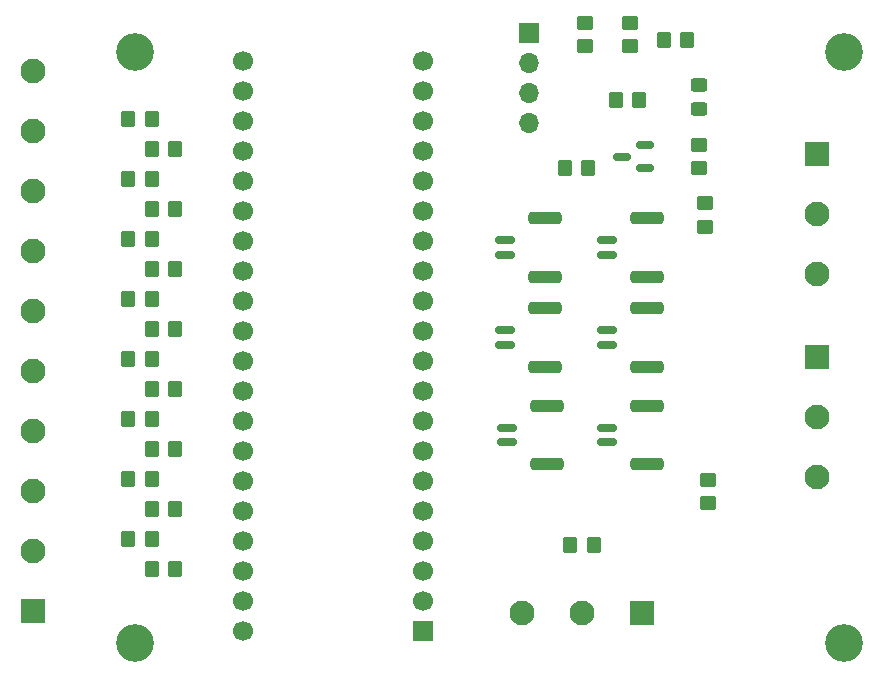
<source format=gbr>
%TF.GenerationSoftware,KiCad,Pcbnew,(6.0.7)*%
%TF.CreationDate,2022-12-23T20:26:00-08:00*%
%TF.ProjectId,SensorStackBoardBluePill,53656e73-6f72-4537-9461-636b426f6172,rev?*%
%TF.SameCoordinates,Original*%
%TF.FileFunction,Soldermask,Top*%
%TF.FilePolarity,Negative*%
%FSLAX46Y46*%
G04 Gerber Fmt 4.6, Leading zero omitted, Abs format (unit mm)*
G04 Created by KiCad (PCBNEW (6.0.7)) date 2022-12-23 20:26:00*
%MOMM*%
%LPD*%
G01*
G04 APERTURE LIST*
G04 Aperture macros list*
%AMRoundRect*
0 Rectangle with rounded corners*
0 $1 Rounding radius*
0 $2 $3 $4 $5 $6 $7 $8 $9 X,Y pos of 4 corners*
0 Add a 4 corners polygon primitive as box body*
4,1,4,$2,$3,$4,$5,$6,$7,$8,$9,$2,$3,0*
0 Add four circle primitives for the rounded corners*
1,1,$1+$1,$2,$3*
1,1,$1+$1,$4,$5*
1,1,$1+$1,$6,$7*
1,1,$1+$1,$8,$9*
0 Add four rect primitives between the rounded corners*
20,1,$1+$1,$2,$3,$4,$5,0*
20,1,$1+$1,$4,$5,$6,$7,0*
20,1,$1+$1,$6,$7,$8,$9,0*
20,1,$1+$1,$8,$9,$2,$3,0*%
G04 Aperture macros list end*
%ADD10C,3.200000*%
%ADD11RoundRect,0.250000X-0.350000X-0.450000X0.350000X-0.450000X0.350000X0.450000X-0.350000X0.450000X0*%
%ADD12R,1.700000X1.700000*%
%ADD13C,1.700000*%
%ADD14RoundRect,0.250000X0.350000X0.450000X-0.350000X0.450000X-0.350000X-0.450000X0.350000X-0.450000X0*%
%ADD15R,2.100000X2.100000*%
%ADD16C,2.100000*%
%ADD17RoundRect,0.250000X-0.450000X0.350000X-0.450000X-0.350000X0.450000X-0.350000X0.450000X0.350000X0*%
%ADD18RoundRect,0.150000X0.587500X0.150000X-0.587500X0.150000X-0.587500X-0.150000X0.587500X-0.150000X0*%
%ADD19RoundRect,0.150000X-0.700000X0.150000X-0.700000X-0.150000X0.700000X-0.150000X0.700000X0.150000X0*%
%ADD20RoundRect,0.250000X-1.150000X0.250000X-1.150000X-0.250000X1.150000X-0.250000X1.150000X0.250000X0*%
%ADD21O,1.700000X1.700000*%
%ADD22RoundRect,0.250000X0.450000X-0.325000X0.450000X0.325000X-0.450000X0.325000X-0.450000X-0.325000X0*%
%ADD23RoundRect,0.250000X0.450000X-0.350000X0.450000X0.350000X-0.450000X0.350000X-0.450000X-0.350000X0*%
G04 APERTURE END LIST*
D10*
%TO.C,H1*%
X108712000Y-54610000D03*
%TD*%
D11*
%TO.C,R12*%
X110085000Y-78010000D03*
X112085000Y-78010000D03*
%TD*%
%TO.C,R14*%
X110085000Y-88170000D03*
X112085000Y-88170000D03*
%TD*%
D12*
%TO.C,U1*%
X133040000Y-103610000D03*
D13*
X133040000Y-101070000D03*
X133040000Y-98530000D03*
X133040000Y-95990000D03*
X133040000Y-93450000D03*
X133040000Y-90910000D03*
X133040000Y-88370000D03*
X133040000Y-85830000D03*
X133040000Y-83290000D03*
X133040000Y-80750000D03*
X133040000Y-78210000D03*
X133040000Y-75670000D03*
X133040000Y-73130000D03*
X133040000Y-70590000D03*
X133040000Y-68050000D03*
X133040000Y-65510000D03*
X133040000Y-62970000D03*
X133040000Y-60430000D03*
X133040000Y-57890000D03*
X133040000Y-55350000D03*
X117800000Y-55350000D03*
X117800000Y-57890000D03*
X117800000Y-60430000D03*
X117800000Y-62970000D03*
X117800000Y-65510000D03*
X117800000Y-68050000D03*
X117800000Y-70590000D03*
X117800000Y-73130000D03*
X117800000Y-75670000D03*
X117800000Y-78210000D03*
X117800000Y-80750000D03*
X117800000Y-83290000D03*
X117800000Y-85830000D03*
X117800000Y-88370000D03*
X117800000Y-90910000D03*
X117800000Y-93450000D03*
X117800000Y-95990000D03*
X117800000Y-98530000D03*
X117800000Y-101070000D03*
X117800000Y-103610000D03*
%TD*%
D11*
%TO.C,R1*%
X108070000Y-60230000D03*
X110070000Y-60230000D03*
%TD*%
D14*
%TO.C,R18*%
X151368000Y-58674000D03*
X149368000Y-58674000D03*
%TD*%
D15*
%TO.C,J1*%
X100075000Y-101870000D03*
D16*
X100075000Y-96790000D03*
X100075000Y-91710000D03*
X100075000Y-86630000D03*
X100075000Y-81550000D03*
X100075000Y-76470000D03*
X100075000Y-71390000D03*
X100075000Y-66310000D03*
X100075000Y-61230000D03*
X100075000Y-56150000D03*
%TD*%
D14*
%TO.C,R17*%
X155432000Y-53594000D03*
X153432000Y-53594000D03*
%TD*%
%TO.C,R21*%
X147500000Y-96300000D03*
X145500000Y-96300000D03*
%TD*%
D17*
%TO.C,R24*%
X146733500Y-52086000D03*
X146733500Y-54086000D03*
%TD*%
D11*
%TO.C,R6*%
X108070000Y-85630000D03*
X110070000Y-85630000D03*
%TD*%
D17*
%TO.C,R23*%
X156900000Y-67400000D03*
X156900000Y-69400000D03*
%TD*%
%TO.C,R19*%
X156464000Y-62434000D03*
X156464000Y-64434000D03*
%TD*%
D11*
%TO.C,R2*%
X108070000Y-65310000D03*
X110070000Y-65310000D03*
%TD*%
D10*
%TO.C,H3*%
X168712000Y-104610000D03*
%TD*%
D11*
%TO.C,R5*%
X108070000Y-80550000D03*
X110070000Y-80550000D03*
%TD*%
D18*
%TO.C,Q1*%
X151813500Y-64384000D03*
X151813500Y-62484000D03*
X149938500Y-63434000D03*
%TD*%
D10*
%TO.C,H4*%
X108712000Y-104610000D03*
%TD*%
D19*
%TO.C,J11*%
X148672000Y-86370000D03*
X148672000Y-87620000D03*
D20*
X152022000Y-84520000D03*
X152022000Y-89470000D03*
%TD*%
D11*
%TO.C,R16*%
X110085000Y-98330000D03*
X112085000Y-98330000D03*
%TD*%
D10*
%TO.C,H2*%
X168712000Y-54610000D03*
%TD*%
D11*
%TO.C,R7*%
X108070000Y-90710000D03*
X110070000Y-90710000D03*
%TD*%
%TO.C,R8*%
X108070000Y-95790000D03*
X110070000Y-95790000D03*
%TD*%
%TO.C,R10*%
X110085000Y-67850000D03*
X112085000Y-67850000D03*
%TD*%
D12*
%TO.C,J2*%
X142025000Y-53000000D03*
D21*
X142025000Y-55540000D03*
X142025000Y-58080000D03*
X142025000Y-60620000D03*
%TD*%
D15*
%TO.C,J3*%
X166449000Y-63241000D03*
D16*
X166449000Y-68321000D03*
X166449000Y-73401000D03*
%TD*%
D17*
%TO.C,R25*%
X150543500Y-52086000D03*
X150543500Y-54086000D03*
%TD*%
D11*
%TO.C,R20*%
X145050000Y-64389000D03*
X147050000Y-64389000D03*
%TD*%
%TO.C,R13*%
X110085000Y-83090000D03*
X112085000Y-83090000D03*
%TD*%
D19*
%TO.C,J8*%
X140163000Y-86370000D03*
X140163000Y-87620000D03*
D20*
X143513000Y-84520000D03*
X143513000Y-89470000D03*
%TD*%
D15*
%TO.C,J5*%
X151638000Y-102108000D03*
D16*
X146558000Y-102108000D03*
X141478000Y-102108000D03*
%TD*%
D22*
%TO.C,D1*%
X156464000Y-59445000D03*
X156464000Y-57395000D03*
%TD*%
D23*
%TO.C,R22*%
X157200000Y-92800000D03*
X157200000Y-90800000D03*
%TD*%
D11*
%TO.C,R11*%
X110085000Y-72930000D03*
X112085000Y-72930000D03*
%TD*%
%TO.C,R3*%
X108070000Y-70390000D03*
X110070000Y-70390000D03*
%TD*%
%TO.C,R9*%
X110085000Y-62770000D03*
X112085000Y-62770000D03*
%TD*%
D19*
%TO.C,J10*%
X148672000Y-78115000D03*
X148672000Y-79365000D03*
D20*
X152022000Y-76265000D03*
X152022000Y-81215000D03*
%TD*%
D19*
%TO.C,J9*%
X148672000Y-70495000D03*
X148672000Y-71745000D03*
D20*
X152022000Y-68645000D03*
X152022000Y-73595000D03*
%TD*%
D11*
%TO.C,R4*%
X108070000Y-75470000D03*
X110070000Y-75470000D03*
%TD*%
%TO.C,R15*%
X110085000Y-93250000D03*
X112085000Y-93250000D03*
%TD*%
D19*
%TO.C,J7*%
X140036000Y-78115000D03*
X140036000Y-79365000D03*
D20*
X143386000Y-81215000D03*
X143386000Y-76265000D03*
%TD*%
D15*
%TO.C,J4*%
X166449000Y-80386000D03*
D16*
X166449000Y-85466000D03*
X166449000Y-90546000D03*
%TD*%
D19*
%TO.C,J6*%
X140036000Y-70495000D03*
X140036000Y-71745000D03*
D20*
X143386000Y-68645000D03*
X143386000Y-73595000D03*
%TD*%
M02*

</source>
